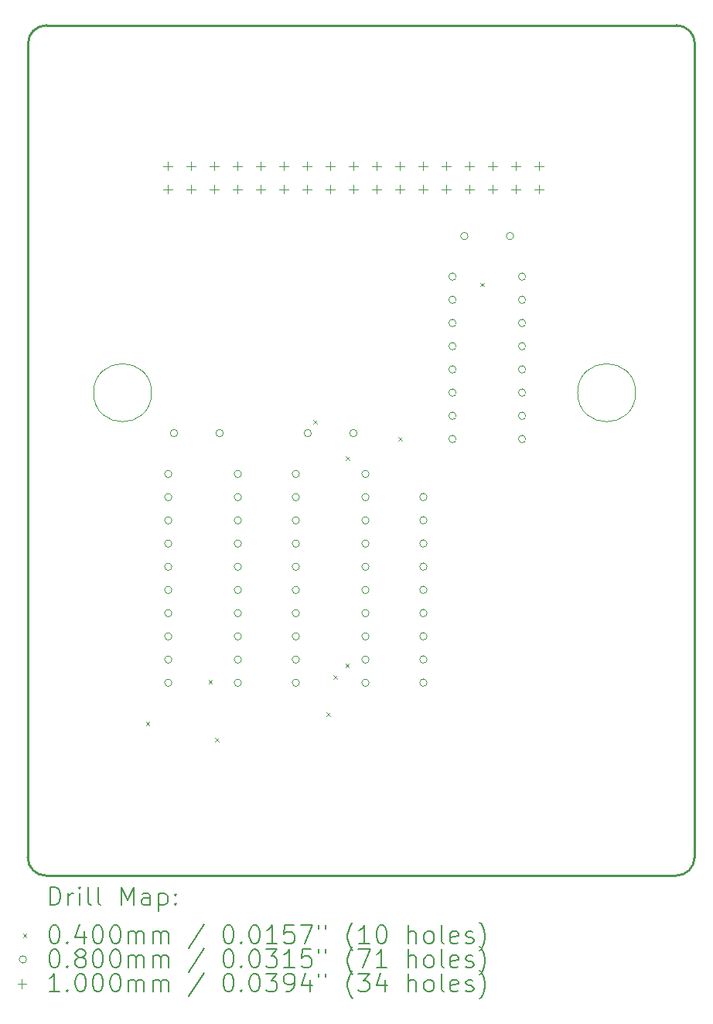
<source format=gbr>
%FSLAX45Y45*%
G04 Gerber Fmt 4.5, Leading zero omitted, Abs format (unit mm)*
G04 Created by KiCad (PCBNEW (6.0.6)) date 2022-07-31 20:56:36*
%MOMM*%
%LPD*%
G01*
G04 APERTURE LIST*
%TA.AperFunction,Profile*%
%ADD10C,0.100000*%
%TD*%
%TA.AperFunction,Profile*%
%ADD11C,0.254000*%
%TD*%
%ADD12C,0.200000*%
%ADD13C,0.040000*%
%ADD14C,0.080000*%
%ADD15C,0.100000*%
G04 APERTURE END LIST*
D10*
X13817500Y-7113140D02*
G75*
G03*
X13817500Y-7113140I-317500J0D01*
G01*
D11*
X7365000Y-3091340D02*
X14265001Y-3091340D01*
X7161801Y-12199440D02*
G75*
G03*
X7361800Y-12399439I199999J0D01*
G01*
D10*
X8517500Y-7113140D02*
G75*
G03*
X8517500Y-7113140I-317500J0D01*
G01*
D11*
X14261802Y-12399440D02*
X7361800Y-12399440D01*
X7365000Y-3091340D02*
G75*
G03*
X7165000Y-3291340I0J-200000D01*
G01*
X14461801Y-12199440D02*
X14465001Y-3291340D01*
X14465000Y-3291340D02*
G75*
G03*
X14265001Y-3091340I-200000J0D01*
G01*
X14261801Y-12399441D02*
G75*
G03*
X14461801Y-12199440I-1J200001D01*
G01*
X7161800Y-12199440D02*
X7165000Y-3291340D01*
D12*
D13*
X8454380Y-10714790D02*
X8494380Y-10754790D01*
X8494380Y-10714790D02*
X8454380Y-10754790D01*
X9141300Y-10259620D02*
X9181300Y-10299620D01*
X9181300Y-10259620D02*
X9141300Y-10299620D01*
X9213830Y-10894450D02*
X9253830Y-10934450D01*
X9253830Y-10894450D02*
X9213830Y-10934450D01*
X10288510Y-7414170D02*
X10328510Y-7454170D01*
X10328510Y-7414170D02*
X10288510Y-7454170D01*
X10432910Y-10615880D02*
X10472910Y-10655880D01*
X10472910Y-10615880D02*
X10432910Y-10655880D01*
X10505950Y-10209590D02*
X10545950Y-10249590D01*
X10545950Y-10209590D02*
X10505950Y-10249590D01*
X10639770Y-10078220D02*
X10679770Y-10118220D01*
X10679770Y-10078220D02*
X10639770Y-10118220D01*
X10642670Y-7810550D02*
X10682670Y-7850550D01*
X10682670Y-7810550D02*
X10642670Y-7850550D01*
X11219860Y-7599000D02*
X11259860Y-7639000D01*
X11259860Y-7599000D02*
X11219860Y-7639000D01*
X12117390Y-5910770D02*
X12157390Y-5950770D01*
X12157390Y-5910770D02*
X12117390Y-5950770D01*
D14*
X8740500Y-8001500D02*
G75*
G03*
X8740500Y-8001500I-40000J0D01*
G01*
X8740500Y-8255500D02*
G75*
G03*
X8740500Y-8255500I-40000J0D01*
G01*
X8740500Y-8509500D02*
G75*
G03*
X8740500Y-8509500I-40000J0D01*
G01*
X8740500Y-8763500D02*
G75*
G03*
X8740500Y-8763500I-40000J0D01*
G01*
X8740500Y-9017500D02*
G75*
G03*
X8740500Y-9017500I-40000J0D01*
G01*
X8740500Y-9271500D02*
G75*
G03*
X8740500Y-9271500I-40000J0D01*
G01*
X8740500Y-9525500D02*
G75*
G03*
X8740500Y-9525500I-40000J0D01*
G01*
X8740500Y-9779500D02*
G75*
G03*
X8740500Y-9779500I-40000J0D01*
G01*
X8740500Y-10033500D02*
G75*
G03*
X8740500Y-10033500I-40000J0D01*
G01*
X8740500Y-10287500D02*
G75*
G03*
X8740500Y-10287500I-40000J0D01*
G01*
X8803000Y-7556500D02*
G75*
G03*
X8803000Y-7556500I-40000J0D01*
G01*
X9303000Y-7556500D02*
G75*
G03*
X9303000Y-7556500I-40000J0D01*
G01*
X9502500Y-8001500D02*
G75*
G03*
X9502500Y-8001500I-40000J0D01*
G01*
X9502500Y-8255500D02*
G75*
G03*
X9502500Y-8255500I-40000J0D01*
G01*
X9502500Y-8509500D02*
G75*
G03*
X9502500Y-8509500I-40000J0D01*
G01*
X9502500Y-8763500D02*
G75*
G03*
X9502500Y-8763500I-40000J0D01*
G01*
X9502500Y-9017500D02*
G75*
G03*
X9502500Y-9017500I-40000J0D01*
G01*
X9502500Y-9271500D02*
G75*
G03*
X9502500Y-9271500I-40000J0D01*
G01*
X9502500Y-9525500D02*
G75*
G03*
X9502500Y-9525500I-40000J0D01*
G01*
X9502500Y-9779500D02*
G75*
G03*
X9502500Y-9779500I-40000J0D01*
G01*
X9502500Y-10033500D02*
G75*
G03*
X9502500Y-10033500I-40000J0D01*
G01*
X9502500Y-10287500D02*
G75*
G03*
X9502500Y-10287500I-40000J0D01*
G01*
X10137500Y-8001500D02*
G75*
G03*
X10137500Y-8001500I-40000J0D01*
G01*
X10137500Y-8255500D02*
G75*
G03*
X10137500Y-8255500I-40000J0D01*
G01*
X10137500Y-8509500D02*
G75*
G03*
X10137500Y-8509500I-40000J0D01*
G01*
X10137500Y-8763500D02*
G75*
G03*
X10137500Y-8763500I-40000J0D01*
G01*
X10137500Y-9017500D02*
G75*
G03*
X10137500Y-9017500I-40000J0D01*
G01*
X10137500Y-9271500D02*
G75*
G03*
X10137500Y-9271500I-40000J0D01*
G01*
X10137500Y-9525500D02*
G75*
G03*
X10137500Y-9525500I-40000J0D01*
G01*
X10137500Y-9779500D02*
G75*
G03*
X10137500Y-9779500I-40000J0D01*
G01*
X10137500Y-10033500D02*
G75*
G03*
X10137500Y-10033500I-40000J0D01*
G01*
X10137500Y-10287500D02*
G75*
G03*
X10137500Y-10287500I-40000J0D01*
G01*
X10267500Y-7556500D02*
G75*
G03*
X10267500Y-7556500I-40000J0D01*
G01*
X10767500Y-7556500D02*
G75*
G03*
X10767500Y-7556500I-40000J0D01*
G01*
X10899500Y-8001500D02*
G75*
G03*
X10899500Y-8001500I-40000J0D01*
G01*
X10899500Y-8255500D02*
G75*
G03*
X10899500Y-8255500I-40000J0D01*
G01*
X10899500Y-8509500D02*
G75*
G03*
X10899500Y-8509500I-40000J0D01*
G01*
X10899500Y-8763500D02*
G75*
G03*
X10899500Y-8763500I-40000J0D01*
G01*
X10899500Y-9017500D02*
G75*
G03*
X10899500Y-9017500I-40000J0D01*
G01*
X10899500Y-9271500D02*
G75*
G03*
X10899500Y-9271500I-40000J0D01*
G01*
X10899500Y-9525500D02*
G75*
G03*
X10899500Y-9525500I-40000J0D01*
G01*
X10899500Y-9779500D02*
G75*
G03*
X10899500Y-9779500I-40000J0D01*
G01*
X10899500Y-10033500D02*
G75*
G03*
X10899500Y-10033500I-40000J0D01*
G01*
X10899500Y-10287500D02*
G75*
G03*
X10899500Y-10287500I-40000J0D01*
G01*
X11533500Y-8255000D02*
G75*
G03*
X11533500Y-8255000I-40000J0D01*
G01*
X11533500Y-8509000D02*
G75*
G03*
X11533500Y-8509000I-40000J0D01*
G01*
X11533500Y-8763000D02*
G75*
G03*
X11533500Y-8763000I-40000J0D01*
G01*
X11533500Y-9017000D02*
G75*
G03*
X11533500Y-9017000I-40000J0D01*
G01*
X11533500Y-9271000D02*
G75*
G03*
X11533500Y-9271000I-40000J0D01*
G01*
X11533500Y-9525000D02*
G75*
G03*
X11533500Y-9525000I-40000J0D01*
G01*
X11533500Y-9779000D02*
G75*
G03*
X11533500Y-9779000I-40000J0D01*
G01*
X11533500Y-10033000D02*
G75*
G03*
X11533500Y-10033000I-40000J0D01*
G01*
X11533500Y-10287000D02*
G75*
G03*
X11533500Y-10287000I-40000J0D01*
G01*
X11852000Y-5841000D02*
G75*
G03*
X11852000Y-5841000I-40000J0D01*
G01*
X11852000Y-6095000D02*
G75*
G03*
X11852000Y-6095000I-40000J0D01*
G01*
X11852000Y-6349000D02*
G75*
G03*
X11852000Y-6349000I-40000J0D01*
G01*
X11852000Y-6603000D02*
G75*
G03*
X11852000Y-6603000I-40000J0D01*
G01*
X11852000Y-6857000D02*
G75*
G03*
X11852000Y-6857000I-40000J0D01*
G01*
X11852000Y-7111000D02*
G75*
G03*
X11852000Y-7111000I-40000J0D01*
G01*
X11852000Y-7365000D02*
G75*
G03*
X11852000Y-7365000I-40000J0D01*
G01*
X11852000Y-7619000D02*
G75*
G03*
X11852000Y-7619000I-40000J0D01*
G01*
X11982000Y-5397500D02*
G75*
G03*
X11982000Y-5397500I-40000J0D01*
G01*
X12482000Y-5397500D02*
G75*
G03*
X12482000Y-5397500I-40000J0D01*
G01*
X12614000Y-5841000D02*
G75*
G03*
X12614000Y-5841000I-40000J0D01*
G01*
X12614000Y-6095000D02*
G75*
G03*
X12614000Y-6095000I-40000J0D01*
G01*
X12614000Y-6349000D02*
G75*
G03*
X12614000Y-6349000I-40000J0D01*
G01*
X12614000Y-6603000D02*
G75*
G03*
X12614000Y-6603000I-40000J0D01*
G01*
X12614000Y-6857000D02*
G75*
G03*
X12614000Y-6857000I-40000J0D01*
G01*
X12614000Y-7111000D02*
G75*
G03*
X12614000Y-7111000I-40000J0D01*
G01*
X12614000Y-7365000D02*
G75*
G03*
X12614000Y-7365000I-40000J0D01*
G01*
X12614000Y-7619000D02*
G75*
G03*
X12614000Y-7619000I-40000J0D01*
G01*
D15*
X8698500Y-4580390D02*
X8698500Y-4680390D01*
X8648500Y-4630390D02*
X8748500Y-4630390D01*
X8698500Y-4834390D02*
X8698500Y-4934390D01*
X8648500Y-4884390D02*
X8748500Y-4884390D01*
X8952500Y-4580390D02*
X8952500Y-4680390D01*
X8902500Y-4630390D02*
X9002500Y-4630390D01*
X8952500Y-4834390D02*
X8952500Y-4934390D01*
X8902500Y-4884390D02*
X9002500Y-4884390D01*
X9206500Y-4580390D02*
X9206500Y-4680390D01*
X9156500Y-4630390D02*
X9256500Y-4630390D01*
X9206500Y-4834390D02*
X9206500Y-4934390D01*
X9156500Y-4884390D02*
X9256500Y-4884390D01*
X9460500Y-4580390D02*
X9460500Y-4680390D01*
X9410500Y-4630390D02*
X9510500Y-4630390D01*
X9460500Y-4834390D02*
X9460500Y-4934390D01*
X9410500Y-4884390D02*
X9510500Y-4884390D01*
X9714500Y-4580390D02*
X9714500Y-4680390D01*
X9664500Y-4630390D02*
X9764500Y-4630390D01*
X9714500Y-4834390D02*
X9714500Y-4934390D01*
X9664500Y-4884390D02*
X9764500Y-4884390D01*
X9968500Y-4580390D02*
X9968500Y-4680390D01*
X9918500Y-4630390D02*
X10018500Y-4630390D01*
X9968500Y-4834390D02*
X9968500Y-4934390D01*
X9918500Y-4884390D02*
X10018500Y-4884390D01*
X10222500Y-4580390D02*
X10222500Y-4680390D01*
X10172500Y-4630390D02*
X10272500Y-4630390D01*
X10222500Y-4834390D02*
X10222500Y-4934390D01*
X10172500Y-4884390D02*
X10272500Y-4884390D01*
X10476500Y-4580390D02*
X10476500Y-4680390D01*
X10426500Y-4630390D02*
X10526500Y-4630390D01*
X10476500Y-4834390D02*
X10476500Y-4934390D01*
X10426500Y-4884390D02*
X10526500Y-4884390D01*
X10730500Y-4580390D02*
X10730500Y-4680390D01*
X10680500Y-4630390D02*
X10780500Y-4630390D01*
X10730500Y-4834390D02*
X10730500Y-4934390D01*
X10680500Y-4884390D02*
X10780500Y-4884390D01*
X10984500Y-4580390D02*
X10984500Y-4680390D01*
X10934500Y-4630390D02*
X11034500Y-4630390D01*
X10984500Y-4834390D02*
X10984500Y-4934390D01*
X10934500Y-4884390D02*
X11034500Y-4884390D01*
X11238500Y-4580390D02*
X11238500Y-4680390D01*
X11188500Y-4630390D02*
X11288500Y-4630390D01*
X11238500Y-4834390D02*
X11238500Y-4934390D01*
X11188500Y-4884390D02*
X11288500Y-4884390D01*
X11492500Y-4580390D02*
X11492500Y-4680390D01*
X11442500Y-4630390D02*
X11542500Y-4630390D01*
X11492500Y-4834390D02*
X11492500Y-4934390D01*
X11442500Y-4884390D02*
X11542500Y-4884390D01*
X11746500Y-4580390D02*
X11746500Y-4680390D01*
X11696500Y-4630390D02*
X11796500Y-4630390D01*
X11746500Y-4834390D02*
X11746500Y-4934390D01*
X11696500Y-4884390D02*
X11796500Y-4884390D01*
X12000500Y-4580390D02*
X12000500Y-4680390D01*
X11950500Y-4630390D02*
X12050500Y-4630390D01*
X12000500Y-4834390D02*
X12000500Y-4934390D01*
X11950500Y-4884390D02*
X12050500Y-4884390D01*
X12254500Y-4580390D02*
X12254500Y-4680390D01*
X12204500Y-4630390D02*
X12304500Y-4630390D01*
X12254500Y-4834390D02*
X12254500Y-4934390D01*
X12204500Y-4884390D02*
X12304500Y-4884390D01*
X12508500Y-4580390D02*
X12508500Y-4680390D01*
X12458500Y-4630390D02*
X12558500Y-4630390D01*
X12508500Y-4834390D02*
X12508500Y-4934390D01*
X12458500Y-4884390D02*
X12558500Y-4884390D01*
X12762500Y-4580390D02*
X12762500Y-4680390D01*
X12712500Y-4630390D02*
X12812500Y-4630390D01*
X12762500Y-4834390D02*
X12762500Y-4934390D01*
X12712500Y-4884390D02*
X12812500Y-4884390D01*
D12*
X7406719Y-12722616D02*
X7406719Y-12522616D01*
X7454338Y-12522616D01*
X7482909Y-12532140D01*
X7501957Y-12551188D01*
X7511481Y-12570235D01*
X7521005Y-12608330D01*
X7521005Y-12636902D01*
X7511481Y-12674997D01*
X7501957Y-12694045D01*
X7482909Y-12713092D01*
X7454338Y-12722616D01*
X7406719Y-12722616D01*
X7606719Y-12722616D02*
X7606719Y-12589283D01*
X7606719Y-12627378D02*
X7616243Y-12608330D01*
X7625767Y-12598807D01*
X7644814Y-12589283D01*
X7663862Y-12589283D01*
X7730528Y-12722616D02*
X7730528Y-12589283D01*
X7730528Y-12522616D02*
X7721005Y-12532140D01*
X7730528Y-12541664D01*
X7740052Y-12532140D01*
X7730528Y-12522616D01*
X7730528Y-12541664D01*
X7854338Y-12722616D02*
X7835290Y-12713092D01*
X7825767Y-12694045D01*
X7825767Y-12522616D01*
X7959100Y-12722616D02*
X7940052Y-12713092D01*
X7930528Y-12694045D01*
X7930528Y-12522616D01*
X8187671Y-12722616D02*
X8187671Y-12522616D01*
X8254338Y-12665473D01*
X8321005Y-12522616D01*
X8321005Y-12722616D01*
X8501957Y-12722616D02*
X8501957Y-12617854D01*
X8492433Y-12598807D01*
X8473386Y-12589283D01*
X8435290Y-12589283D01*
X8416243Y-12598807D01*
X8501957Y-12713092D02*
X8482910Y-12722616D01*
X8435290Y-12722616D01*
X8416243Y-12713092D01*
X8406719Y-12694045D01*
X8406719Y-12674997D01*
X8416243Y-12655949D01*
X8435290Y-12646426D01*
X8482910Y-12646426D01*
X8501957Y-12636902D01*
X8597195Y-12589283D02*
X8597195Y-12789283D01*
X8597195Y-12598807D02*
X8616243Y-12589283D01*
X8654338Y-12589283D01*
X8673386Y-12598807D01*
X8682910Y-12608330D01*
X8692433Y-12627378D01*
X8692433Y-12684521D01*
X8682910Y-12703568D01*
X8673386Y-12713092D01*
X8654338Y-12722616D01*
X8616243Y-12722616D01*
X8597195Y-12713092D01*
X8778148Y-12703568D02*
X8787671Y-12713092D01*
X8778148Y-12722616D01*
X8768624Y-12713092D01*
X8778148Y-12703568D01*
X8778148Y-12722616D01*
X8778148Y-12598807D02*
X8787671Y-12608330D01*
X8778148Y-12617854D01*
X8768624Y-12608330D01*
X8778148Y-12598807D01*
X8778148Y-12617854D01*
D13*
X7109100Y-13032140D02*
X7149100Y-13072140D01*
X7149100Y-13032140D02*
X7109100Y-13072140D01*
D12*
X7444814Y-12942616D02*
X7463862Y-12942616D01*
X7482909Y-12952140D01*
X7492433Y-12961664D01*
X7501957Y-12980711D01*
X7511481Y-13018807D01*
X7511481Y-13066426D01*
X7501957Y-13104521D01*
X7492433Y-13123568D01*
X7482909Y-13133092D01*
X7463862Y-13142616D01*
X7444814Y-13142616D01*
X7425767Y-13133092D01*
X7416243Y-13123568D01*
X7406719Y-13104521D01*
X7397195Y-13066426D01*
X7397195Y-13018807D01*
X7406719Y-12980711D01*
X7416243Y-12961664D01*
X7425767Y-12952140D01*
X7444814Y-12942616D01*
X7597195Y-13123568D02*
X7606719Y-13133092D01*
X7597195Y-13142616D01*
X7587671Y-13133092D01*
X7597195Y-13123568D01*
X7597195Y-13142616D01*
X7778148Y-13009283D02*
X7778148Y-13142616D01*
X7730528Y-12933092D02*
X7682909Y-13075949D01*
X7806719Y-13075949D01*
X7921005Y-12942616D02*
X7940052Y-12942616D01*
X7959100Y-12952140D01*
X7968624Y-12961664D01*
X7978148Y-12980711D01*
X7987671Y-13018807D01*
X7987671Y-13066426D01*
X7978148Y-13104521D01*
X7968624Y-13123568D01*
X7959100Y-13133092D01*
X7940052Y-13142616D01*
X7921005Y-13142616D01*
X7901957Y-13133092D01*
X7892433Y-13123568D01*
X7882909Y-13104521D01*
X7873386Y-13066426D01*
X7873386Y-13018807D01*
X7882909Y-12980711D01*
X7892433Y-12961664D01*
X7901957Y-12952140D01*
X7921005Y-12942616D01*
X8111481Y-12942616D02*
X8130528Y-12942616D01*
X8149576Y-12952140D01*
X8159100Y-12961664D01*
X8168624Y-12980711D01*
X8178148Y-13018807D01*
X8178148Y-13066426D01*
X8168624Y-13104521D01*
X8159100Y-13123568D01*
X8149576Y-13133092D01*
X8130528Y-13142616D01*
X8111481Y-13142616D01*
X8092433Y-13133092D01*
X8082909Y-13123568D01*
X8073386Y-13104521D01*
X8063862Y-13066426D01*
X8063862Y-13018807D01*
X8073386Y-12980711D01*
X8082909Y-12961664D01*
X8092433Y-12952140D01*
X8111481Y-12942616D01*
X8263862Y-13142616D02*
X8263862Y-13009283D01*
X8263862Y-13028330D02*
X8273386Y-13018807D01*
X8292433Y-13009283D01*
X8321005Y-13009283D01*
X8340052Y-13018807D01*
X8349576Y-13037854D01*
X8349576Y-13142616D01*
X8349576Y-13037854D02*
X8359100Y-13018807D01*
X8378148Y-13009283D01*
X8406719Y-13009283D01*
X8425767Y-13018807D01*
X8435290Y-13037854D01*
X8435290Y-13142616D01*
X8530529Y-13142616D02*
X8530529Y-13009283D01*
X8530529Y-13028330D02*
X8540052Y-13018807D01*
X8559100Y-13009283D01*
X8587671Y-13009283D01*
X8606719Y-13018807D01*
X8616243Y-13037854D01*
X8616243Y-13142616D01*
X8616243Y-13037854D02*
X8625767Y-13018807D01*
X8644814Y-13009283D01*
X8673386Y-13009283D01*
X8692433Y-13018807D01*
X8701957Y-13037854D01*
X8701957Y-13142616D01*
X9092433Y-12933092D02*
X8921005Y-13190235D01*
X9349576Y-12942616D02*
X9368624Y-12942616D01*
X9387671Y-12952140D01*
X9397195Y-12961664D01*
X9406719Y-12980711D01*
X9416243Y-13018807D01*
X9416243Y-13066426D01*
X9406719Y-13104521D01*
X9397195Y-13123568D01*
X9387671Y-13133092D01*
X9368624Y-13142616D01*
X9349576Y-13142616D01*
X9330529Y-13133092D01*
X9321005Y-13123568D01*
X9311481Y-13104521D01*
X9301957Y-13066426D01*
X9301957Y-13018807D01*
X9311481Y-12980711D01*
X9321005Y-12961664D01*
X9330529Y-12952140D01*
X9349576Y-12942616D01*
X9501957Y-13123568D02*
X9511481Y-13133092D01*
X9501957Y-13142616D01*
X9492433Y-13133092D01*
X9501957Y-13123568D01*
X9501957Y-13142616D01*
X9635290Y-12942616D02*
X9654338Y-12942616D01*
X9673386Y-12952140D01*
X9682910Y-12961664D01*
X9692433Y-12980711D01*
X9701957Y-13018807D01*
X9701957Y-13066426D01*
X9692433Y-13104521D01*
X9682910Y-13123568D01*
X9673386Y-13133092D01*
X9654338Y-13142616D01*
X9635290Y-13142616D01*
X9616243Y-13133092D01*
X9606719Y-13123568D01*
X9597195Y-13104521D01*
X9587671Y-13066426D01*
X9587671Y-13018807D01*
X9597195Y-12980711D01*
X9606719Y-12961664D01*
X9616243Y-12952140D01*
X9635290Y-12942616D01*
X9892433Y-13142616D02*
X9778148Y-13142616D01*
X9835290Y-13142616D02*
X9835290Y-12942616D01*
X9816243Y-12971188D01*
X9797195Y-12990235D01*
X9778148Y-12999759D01*
X10073386Y-12942616D02*
X9978148Y-12942616D01*
X9968624Y-13037854D01*
X9978148Y-13028330D01*
X9997195Y-13018807D01*
X10044814Y-13018807D01*
X10063862Y-13028330D01*
X10073386Y-13037854D01*
X10082910Y-13056902D01*
X10082910Y-13104521D01*
X10073386Y-13123568D01*
X10063862Y-13133092D01*
X10044814Y-13142616D01*
X9997195Y-13142616D01*
X9978148Y-13133092D01*
X9968624Y-13123568D01*
X10149576Y-12942616D02*
X10282910Y-12942616D01*
X10197195Y-13142616D01*
X10349576Y-12942616D02*
X10349576Y-12980711D01*
X10425767Y-12942616D02*
X10425767Y-12980711D01*
X10721005Y-13218807D02*
X10711481Y-13209283D01*
X10692433Y-13180711D01*
X10682910Y-13161664D01*
X10673386Y-13133092D01*
X10663862Y-13085473D01*
X10663862Y-13047378D01*
X10673386Y-12999759D01*
X10682910Y-12971188D01*
X10692433Y-12952140D01*
X10711481Y-12923568D01*
X10721005Y-12914045D01*
X10901957Y-13142616D02*
X10787671Y-13142616D01*
X10844814Y-13142616D02*
X10844814Y-12942616D01*
X10825767Y-12971188D01*
X10806719Y-12990235D01*
X10787671Y-12999759D01*
X11025767Y-12942616D02*
X11044814Y-12942616D01*
X11063862Y-12952140D01*
X11073386Y-12961664D01*
X11082910Y-12980711D01*
X11092433Y-13018807D01*
X11092433Y-13066426D01*
X11082910Y-13104521D01*
X11073386Y-13123568D01*
X11063862Y-13133092D01*
X11044814Y-13142616D01*
X11025767Y-13142616D01*
X11006719Y-13133092D01*
X10997195Y-13123568D01*
X10987671Y-13104521D01*
X10978148Y-13066426D01*
X10978148Y-13018807D01*
X10987671Y-12980711D01*
X10997195Y-12961664D01*
X11006719Y-12952140D01*
X11025767Y-12942616D01*
X11330528Y-13142616D02*
X11330528Y-12942616D01*
X11416243Y-13142616D02*
X11416243Y-13037854D01*
X11406719Y-13018807D01*
X11387671Y-13009283D01*
X11359100Y-13009283D01*
X11340052Y-13018807D01*
X11330528Y-13028330D01*
X11540052Y-13142616D02*
X11521005Y-13133092D01*
X11511481Y-13123568D01*
X11501957Y-13104521D01*
X11501957Y-13047378D01*
X11511481Y-13028330D01*
X11521005Y-13018807D01*
X11540052Y-13009283D01*
X11568624Y-13009283D01*
X11587671Y-13018807D01*
X11597195Y-13028330D01*
X11606719Y-13047378D01*
X11606719Y-13104521D01*
X11597195Y-13123568D01*
X11587671Y-13133092D01*
X11568624Y-13142616D01*
X11540052Y-13142616D01*
X11721005Y-13142616D02*
X11701957Y-13133092D01*
X11692433Y-13114045D01*
X11692433Y-12942616D01*
X11873386Y-13133092D02*
X11854338Y-13142616D01*
X11816243Y-13142616D01*
X11797195Y-13133092D01*
X11787671Y-13114045D01*
X11787671Y-13037854D01*
X11797195Y-13018807D01*
X11816243Y-13009283D01*
X11854338Y-13009283D01*
X11873386Y-13018807D01*
X11882909Y-13037854D01*
X11882909Y-13056902D01*
X11787671Y-13075949D01*
X11959100Y-13133092D02*
X11978148Y-13142616D01*
X12016243Y-13142616D01*
X12035290Y-13133092D01*
X12044814Y-13114045D01*
X12044814Y-13104521D01*
X12035290Y-13085473D01*
X12016243Y-13075949D01*
X11987671Y-13075949D01*
X11968624Y-13066426D01*
X11959100Y-13047378D01*
X11959100Y-13037854D01*
X11968624Y-13018807D01*
X11987671Y-13009283D01*
X12016243Y-13009283D01*
X12035290Y-13018807D01*
X12111481Y-13218807D02*
X12121005Y-13209283D01*
X12140052Y-13180711D01*
X12149576Y-13161664D01*
X12159100Y-13133092D01*
X12168624Y-13085473D01*
X12168624Y-13047378D01*
X12159100Y-12999759D01*
X12149576Y-12971188D01*
X12140052Y-12952140D01*
X12121005Y-12923568D01*
X12111481Y-12914045D01*
D14*
X7149100Y-13316140D02*
G75*
G03*
X7149100Y-13316140I-40000J0D01*
G01*
D12*
X7444814Y-13206616D02*
X7463862Y-13206616D01*
X7482909Y-13216140D01*
X7492433Y-13225664D01*
X7501957Y-13244711D01*
X7511481Y-13282807D01*
X7511481Y-13330426D01*
X7501957Y-13368521D01*
X7492433Y-13387568D01*
X7482909Y-13397092D01*
X7463862Y-13406616D01*
X7444814Y-13406616D01*
X7425767Y-13397092D01*
X7416243Y-13387568D01*
X7406719Y-13368521D01*
X7397195Y-13330426D01*
X7397195Y-13282807D01*
X7406719Y-13244711D01*
X7416243Y-13225664D01*
X7425767Y-13216140D01*
X7444814Y-13206616D01*
X7597195Y-13387568D02*
X7606719Y-13397092D01*
X7597195Y-13406616D01*
X7587671Y-13397092D01*
X7597195Y-13387568D01*
X7597195Y-13406616D01*
X7721005Y-13292330D02*
X7701957Y-13282807D01*
X7692433Y-13273283D01*
X7682909Y-13254235D01*
X7682909Y-13244711D01*
X7692433Y-13225664D01*
X7701957Y-13216140D01*
X7721005Y-13206616D01*
X7759100Y-13206616D01*
X7778148Y-13216140D01*
X7787671Y-13225664D01*
X7797195Y-13244711D01*
X7797195Y-13254235D01*
X7787671Y-13273283D01*
X7778148Y-13282807D01*
X7759100Y-13292330D01*
X7721005Y-13292330D01*
X7701957Y-13301854D01*
X7692433Y-13311378D01*
X7682909Y-13330426D01*
X7682909Y-13368521D01*
X7692433Y-13387568D01*
X7701957Y-13397092D01*
X7721005Y-13406616D01*
X7759100Y-13406616D01*
X7778148Y-13397092D01*
X7787671Y-13387568D01*
X7797195Y-13368521D01*
X7797195Y-13330426D01*
X7787671Y-13311378D01*
X7778148Y-13301854D01*
X7759100Y-13292330D01*
X7921005Y-13206616D02*
X7940052Y-13206616D01*
X7959100Y-13216140D01*
X7968624Y-13225664D01*
X7978148Y-13244711D01*
X7987671Y-13282807D01*
X7987671Y-13330426D01*
X7978148Y-13368521D01*
X7968624Y-13387568D01*
X7959100Y-13397092D01*
X7940052Y-13406616D01*
X7921005Y-13406616D01*
X7901957Y-13397092D01*
X7892433Y-13387568D01*
X7882909Y-13368521D01*
X7873386Y-13330426D01*
X7873386Y-13282807D01*
X7882909Y-13244711D01*
X7892433Y-13225664D01*
X7901957Y-13216140D01*
X7921005Y-13206616D01*
X8111481Y-13206616D02*
X8130528Y-13206616D01*
X8149576Y-13216140D01*
X8159100Y-13225664D01*
X8168624Y-13244711D01*
X8178148Y-13282807D01*
X8178148Y-13330426D01*
X8168624Y-13368521D01*
X8159100Y-13387568D01*
X8149576Y-13397092D01*
X8130528Y-13406616D01*
X8111481Y-13406616D01*
X8092433Y-13397092D01*
X8082909Y-13387568D01*
X8073386Y-13368521D01*
X8063862Y-13330426D01*
X8063862Y-13282807D01*
X8073386Y-13244711D01*
X8082909Y-13225664D01*
X8092433Y-13216140D01*
X8111481Y-13206616D01*
X8263862Y-13406616D02*
X8263862Y-13273283D01*
X8263862Y-13292330D02*
X8273386Y-13282807D01*
X8292433Y-13273283D01*
X8321005Y-13273283D01*
X8340052Y-13282807D01*
X8349576Y-13301854D01*
X8349576Y-13406616D01*
X8349576Y-13301854D02*
X8359100Y-13282807D01*
X8378148Y-13273283D01*
X8406719Y-13273283D01*
X8425767Y-13282807D01*
X8435290Y-13301854D01*
X8435290Y-13406616D01*
X8530529Y-13406616D02*
X8530529Y-13273283D01*
X8530529Y-13292330D02*
X8540052Y-13282807D01*
X8559100Y-13273283D01*
X8587671Y-13273283D01*
X8606719Y-13282807D01*
X8616243Y-13301854D01*
X8616243Y-13406616D01*
X8616243Y-13301854D02*
X8625767Y-13282807D01*
X8644814Y-13273283D01*
X8673386Y-13273283D01*
X8692433Y-13282807D01*
X8701957Y-13301854D01*
X8701957Y-13406616D01*
X9092433Y-13197092D02*
X8921005Y-13454235D01*
X9349576Y-13206616D02*
X9368624Y-13206616D01*
X9387671Y-13216140D01*
X9397195Y-13225664D01*
X9406719Y-13244711D01*
X9416243Y-13282807D01*
X9416243Y-13330426D01*
X9406719Y-13368521D01*
X9397195Y-13387568D01*
X9387671Y-13397092D01*
X9368624Y-13406616D01*
X9349576Y-13406616D01*
X9330529Y-13397092D01*
X9321005Y-13387568D01*
X9311481Y-13368521D01*
X9301957Y-13330426D01*
X9301957Y-13282807D01*
X9311481Y-13244711D01*
X9321005Y-13225664D01*
X9330529Y-13216140D01*
X9349576Y-13206616D01*
X9501957Y-13387568D02*
X9511481Y-13397092D01*
X9501957Y-13406616D01*
X9492433Y-13397092D01*
X9501957Y-13387568D01*
X9501957Y-13406616D01*
X9635290Y-13206616D02*
X9654338Y-13206616D01*
X9673386Y-13216140D01*
X9682910Y-13225664D01*
X9692433Y-13244711D01*
X9701957Y-13282807D01*
X9701957Y-13330426D01*
X9692433Y-13368521D01*
X9682910Y-13387568D01*
X9673386Y-13397092D01*
X9654338Y-13406616D01*
X9635290Y-13406616D01*
X9616243Y-13397092D01*
X9606719Y-13387568D01*
X9597195Y-13368521D01*
X9587671Y-13330426D01*
X9587671Y-13282807D01*
X9597195Y-13244711D01*
X9606719Y-13225664D01*
X9616243Y-13216140D01*
X9635290Y-13206616D01*
X9768624Y-13206616D02*
X9892433Y-13206616D01*
X9825767Y-13282807D01*
X9854338Y-13282807D01*
X9873386Y-13292330D01*
X9882910Y-13301854D01*
X9892433Y-13320902D01*
X9892433Y-13368521D01*
X9882910Y-13387568D01*
X9873386Y-13397092D01*
X9854338Y-13406616D01*
X9797195Y-13406616D01*
X9778148Y-13397092D01*
X9768624Y-13387568D01*
X10082910Y-13406616D02*
X9968624Y-13406616D01*
X10025767Y-13406616D02*
X10025767Y-13206616D01*
X10006719Y-13235188D01*
X9987671Y-13254235D01*
X9968624Y-13263759D01*
X10263862Y-13206616D02*
X10168624Y-13206616D01*
X10159100Y-13301854D01*
X10168624Y-13292330D01*
X10187671Y-13282807D01*
X10235290Y-13282807D01*
X10254338Y-13292330D01*
X10263862Y-13301854D01*
X10273386Y-13320902D01*
X10273386Y-13368521D01*
X10263862Y-13387568D01*
X10254338Y-13397092D01*
X10235290Y-13406616D01*
X10187671Y-13406616D01*
X10168624Y-13397092D01*
X10159100Y-13387568D01*
X10349576Y-13206616D02*
X10349576Y-13244711D01*
X10425767Y-13206616D02*
X10425767Y-13244711D01*
X10721005Y-13482807D02*
X10711481Y-13473283D01*
X10692433Y-13444711D01*
X10682910Y-13425664D01*
X10673386Y-13397092D01*
X10663862Y-13349473D01*
X10663862Y-13311378D01*
X10673386Y-13263759D01*
X10682910Y-13235188D01*
X10692433Y-13216140D01*
X10711481Y-13187568D01*
X10721005Y-13178045D01*
X10778148Y-13206616D02*
X10911481Y-13206616D01*
X10825767Y-13406616D01*
X11092433Y-13406616D02*
X10978148Y-13406616D01*
X11035290Y-13406616D02*
X11035290Y-13206616D01*
X11016243Y-13235188D01*
X10997195Y-13254235D01*
X10978148Y-13263759D01*
X11330528Y-13406616D02*
X11330528Y-13206616D01*
X11416243Y-13406616D02*
X11416243Y-13301854D01*
X11406719Y-13282807D01*
X11387671Y-13273283D01*
X11359100Y-13273283D01*
X11340052Y-13282807D01*
X11330528Y-13292330D01*
X11540052Y-13406616D02*
X11521005Y-13397092D01*
X11511481Y-13387568D01*
X11501957Y-13368521D01*
X11501957Y-13311378D01*
X11511481Y-13292330D01*
X11521005Y-13282807D01*
X11540052Y-13273283D01*
X11568624Y-13273283D01*
X11587671Y-13282807D01*
X11597195Y-13292330D01*
X11606719Y-13311378D01*
X11606719Y-13368521D01*
X11597195Y-13387568D01*
X11587671Y-13397092D01*
X11568624Y-13406616D01*
X11540052Y-13406616D01*
X11721005Y-13406616D02*
X11701957Y-13397092D01*
X11692433Y-13378045D01*
X11692433Y-13206616D01*
X11873386Y-13397092D02*
X11854338Y-13406616D01*
X11816243Y-13406616D01*
X11797195Y-13397092D01*
X11787671Y-13378045D01*
X11787671Y-13301854D01*
X11797195Y-13282807D01*
X11816243Y-13273283D01*
X11854338Y-13273283D01*
X11873386Y-13282807D01*
X11882909Y-13301854D01*
X11882909Y-13320902D01*
X11787671Y-13339949D01*
X11959100Y-13397092D02*
X11978148Y-13406616D01*
X12016243Y-13406616D01*
X12035290Y-13397092D01*
X12044814Y-13378045D01*
X12044814Y-13368521D01*
X12035290Y-13349473D01*
X12016243Y-13339949D01*
X11987671Y-13339949D01*
X11968624Y-13330426D01*
X11959100Y-13311378D01*
X11959100Y-13301854D01*
X11968624Y-13282807D01*
X11987671Y-13273283D01*
X12016243Y-13273283D01*
X12035290Y-13282807D01*
X12111481Y-13482807D02*
X12121005Y-13473283D01*
X12140052Y-13444711D01*
X12149576Y-13425664D01*
X12159100Y-13397092D01*
X12168624Y-13349473D01*
X12168624Y-13311378D01*
X12159100Y-13263759D01*
X12149576Y-13235188D01*
X12140052Y-13216140D01*
X12121005Y-13187568D01*
X12111481Y-13178045D01*
D15*
X7099100Y-13530140D02*
X7099100Y-13630140D01*
X7049100Y-13580140D02*
X7149100Y-13580140D01*
D12*
X7511481Y-13670616D02*
X7397195Y-13670616D01*
X7454338Y-13670616D02*
X7454338Y-13470616D01*
X7435290Y-13499188D01*
X7416243Y-13518235D01*
X7397195Y-13527759D01*
X7597195Y-13651568D02*
X7606719Y-13661092D01*
X7597195Y-13670616D01*
X7587671Y-13661092D01*
X7597195Y-13651568D01*
X7597195Y-13670616D01*
X7730528Y-13470616D02*
X7749576Y-13470616D01*
X7768624Y-13480140D01*
X7778148Y-13489664D01*
X7787671Y-13508711D01*
X7797195Y-13546807D01*
X7797195Y-13594426D01*
X7787671Y-13632521D01*
X7778148Y-13651568D01*
X7768624Y-13661092D01*
X7749576Y-13670616D01*
X7730528Y-13670616D01*
X7711481Y-13661092D01*
X7701957Y-13651568D01*
X7692433Y-13632521D01*
X7682909Y-13594426D01*
X7682909Y-13546807D01*
X7692433Y-13508711D01*
X7701957Y-13489664D01*
X7711481Y-13480140D01*
X7730528Y-13470616D01*
X7921005Y-13470616D02*
X7940052Y-13470616D01*
X7959100Y-13480140D01*
X7968624Y-13489664D01*
X7978148Y-13508711D01*
X7987671Y-13546807D01*
X7987671Y-13594426D01*
X7978148Y-13632521D01*
X7968624Y-13651568D01*
X7959100Y-13661092D01*
X7940052Y-13670616D01*
X7921005Y-13670616D01*
X7901957Y-13661092D01*
X7892433Y-13651568D01*
X7882909Y-13632521D01*
X7873386Y-13594426D01*
X7873386Y-13546807D01*
X7882909Y-13508711D01*
X7892433Y-13489664D01*
X7901957Y-13480140D01*
X7921005Y-13470616D01*
X8111481Y-13470616D02*
X8130528Y-13470616D01*
X8149576Y-13480140D01*
X8159100Y-13489664D01*
X8168624Y-13508711D01*
X8178148Y-13546807D01*
X8178148Y-13594426D01*
X8168624Y-13632521D01*
X8159100Y-13651568D01*
X8149576Y-13661092D01*
X8130528Y-13670616D01*
X8111481Y-13670616D01*
X8092433Y-13661092D01*
X8082909Y-13651568D01*
X8073386Y-13632521D01*
X8063862Y-13594426D01*
X8063862Y-13546807D01*
X8073386Y-13508711D01*
X8082909Y-13489664D01*
X8092433Y-13480140D01*
X8111481Y-13470616D01*
X8263862Y-13670616D02*
X8263862Y-13537283D01*
X8263862Y-13556330D02*
X8273386Y-13546807D01*
X8292433Y-13537283D01*
X8321005Y-13537283D01*
X8340052Y-13546807D01*
X8349576Y-13565854D01*
X8349576Y-13670616D01*
X8349576Y-13565854D02*
X8359100Y-13546807D01*
X8378148Y-13537283D01*
X8406719Y-13537283D01*
X8425767Y-13546807D01*
X8435290Y-13565854D01*
X8435290Y-13670616D01*
X8530529Y-13670616D02*
X8530529Y-13537283D01*
X8530529Y-13556330D02*
X8540052Y-13546807D01*
X8559100Y-13537283D01*
X8587671Y-13537283D01*
X8606719Y-13546807D01*
X8616243Y-13565854D01*
X8616243Y-13670616D01*
X8616243Y-13565854D02*
X8625767Y-13546807D01*
X8644814Y-13537283D01*
X8673386Y-13537283D01*
X8692433Y-13546807D01*
X8701957Y-13565854D01*
X8701957Y-13670616D01*
X9092433Y-13461092D02*
X8921005Y-13718235D01*
X9349576Y-13470616D02*
X9368624Y-13470616D01*
X9387671Y-13480140D01*
X9397195Y-13489664D01*
X9406719Y-13508711D01*
X9416243Y-13546807D01*
X9416243Y-13594426D01*
X9406719Y-13632521D01*
X9397195Y-13651568D01*
X9387671Y-13661092D01*
X9368624Y-13670616D01*
X9349576Y-13670616D01*
X9330529Y-13661092D01*
X9321005Y-13651568D01*
X9311481Y-13632521D01*
X9301957Y-13594426D01*
X9301957Y-13546807D01*
X9311481Y-13508711D01*
X9321005Y-13489664D01*
X9330529Y-13480140D01*
X9349576Y-13470616D01*
X9501957Y-13651568D02*
X9511481Y-13661092D01*
X9501957Y-13670616D01*
X9492433Y-13661092D01*
X9501957Y-13651568D01*
X9501957Y-13670616D01*
X9635290Y-13470616D02*
X9654338Y-13470616D01*
X9673386Y-13480140D01*
X9682910Y-13489664D01*
X9692433Y-13508711D01*
X9701957Y-13546807D01*
X9701957Y-13594426D01*
X9692433Y-13632521D01*
X9682910Y-13651568D01*
X9673386Y-13661092D01*
X9654338Y-13670616D01*
X9635290Y-13670616D01*
X9616243Y-13661092D01*
X9606719Y-13651568D01*
X9597195Y-13632521D01*
X9587671Y-13594426D01*
X9587671Y-13546807D01*
X9597195Y-13508711D01*
X9606719Y-13489664D01*
X9616243Y-13480140D01*
X9635290Y-13470616D01*
X9768624Y-13470616D02*
X9892433Y-13470616D01*
X9825767Y-13546807D01*
X9854338Y-13546807D01*
X9873386Y-13556330D01*
X9882910Y-13565854D01*
X9892433Y-13584902D01*
X9892433Y-13632521D01*
X9882910Y-13651568D01*
X9873386Y-13661092D01*
X9854338Y-13670616D01*
X9797195Y-13670616D01*
X9778148Y-13661092D01*
X9768624Y-13651568D01*
X9987671Y-13670616D02*
X10025767Y-13670616D01*
X10044814Y-13661092D01*
X10054338Y-13651568D01*
X10073386Y-13622997D01*
X10082910Y-13584902D01*
X10082910Y-13508711D01*
X10073386Y-13489664D01*
X10063862Y-13480140D01*
X10044814Y-13470616D01*
X10006719Y-13470616D01*
X9987671Y-13480140D01*
X9978148Y-13489664D01*
X9968624Y-13508711D01*
X9968624Y-13556330D01*
X9978148Y-13575378D01*
X9987671Y-13584902D01*
X10006719Y-13594426D01*
X10044814Y-13594426D01*
X10063862Y-13584902D01*
X10073386Y-13575378D01*
X10082910Y-13556330D01*
X10254338Y-13537283D02*
X10254338Y-13670616D01*
X10206719Y-13461092D02*
X10159100Y-13603949D01*
X10282910Y-13603949D01*
X10349576Y-13470616D02*
X10349576Y-13508711D01*
X10425767Y-13470616D02*
X10425767Y-13508711D01*
X10721005Y-13746807D02*
X10711481Y-13737283D01*
X10692433Y-13708711D01*
X10682910Y-13689664D01*
X10673386Y-13661092D01*
X10663862Y-13613473D01*
X10663862Y-13575378D01*
X10673386Y-13527759D01*
X10682910Y-13499188D01*
X10692433Y-13480140D01*
X10711481Y-13451568D01*
X10721005Y-13442045D01*
X10778148Y-13470616D02*
X10901957Y-13470616D01*
X10835290Y-13546807D01*
X10863862Y-13546807D01*
X10882910Y-13556330D01*
X10892433Y-13565854D01*
X10901957Y-13584902D01*
X10901957Y-13632521D01*
X10892433Y-13651568D01*
X10882910Y-13661092D01*
X10863862Y-13670616D01*
X10806719Y-13670616D01*
X10787671Y-13661092D01*
X10778148Y-13651568D01*
X11073386Y-13537283D02*
X11073386Y-13670616D01*
X11025767Y-13461092D02*
X10978148Y-13603949D01*
X11101957Y-13603949D01*
X11330528Y-13670616D02*
X11330528Y-13470616D01*
X11416243Y-13670616D02*
X11416243Y-13565854D01*
X11406719Y-13546807D01*
X11387671Y-13537283D01*
X11359100Y-13537283D01*
X11340052Y-13546807D01*
X11330528Y-13556330D01*
X11540052Y-13670616D02*
X11521005Y-13661092D01*
X11511481Y-13651568D01*
X11501957Y-13632521D01*
X11501957Y-13575378D01*
X11511481Y-13556330D01*
X11521005Y-13546807D01*
X11540052Y-13537283D01*
X11568624Y-13537283D01*
X11587671Y-13546807D01*
X11597195Y-13556330D01*
X11606719Y-13575378D01*
X11606719Y-13632521D01*
X11597195Y-13651568D01*
X11587671Y-13661092D01*
X11568624Y-13670616D01*
X11540052Y-13670616D01*
X11721005Y-13670616D02*
X11701957Y-13661092D01*
X11692433Y-13642045D01*
X11692433Y-13470616D01*
X11873386Y-13661092D02*
X11854338Y-13670616D01*
X11816243Y-13670616D01*
X11797195Y-13661092D01*
X11787671Y-13642045D01*
X11787671Y-13565854D01*
X11797195Y-13546807D01*
X11816243Y-13537283D01*
X11854338Y-13537283D01*
X11873386Y-13546807D01*
X11882909Y-13565854D01*
X11882909Y-13584902D01*
X11787671Y-13603949D01*
X11959100Y-13661092D02*
X11978148Y-13670616D01*
X12016243Y-13670616D01*
X12035290Y-13661092D01*
X12044814Y-13642045D01*
X12044814Y-13632521D01*
X12035290Y-13613473D01*
X12016243Y-13603949D01*
X11987671Y-13603949D01*
X11968624Y-13594426D01*
X11959100Y-13575378D01*
X11959100Y-13565854D01*
X11968624Y-13546807D01*
X11987671Y-13537283D01*
X12016243Y-13537283D01*
X12035290Y-13546807D01*
X12111481Y-13746807D02*
X12121005Y-13737283D01*
X12140052Y-13708711D01*
X12149576Y-13689664D01*
X12159100Y-13661092D01*
X12168624Y-13613473D01*
X12168624Y-13575378D01*
X12159100Y-13527759D01*
X12149576Y-13499188D01*
X12140052Y-13480140D01*
X12121005Y-13451568D01*
X12111481Y-13442045D01*
M02*

</source>
